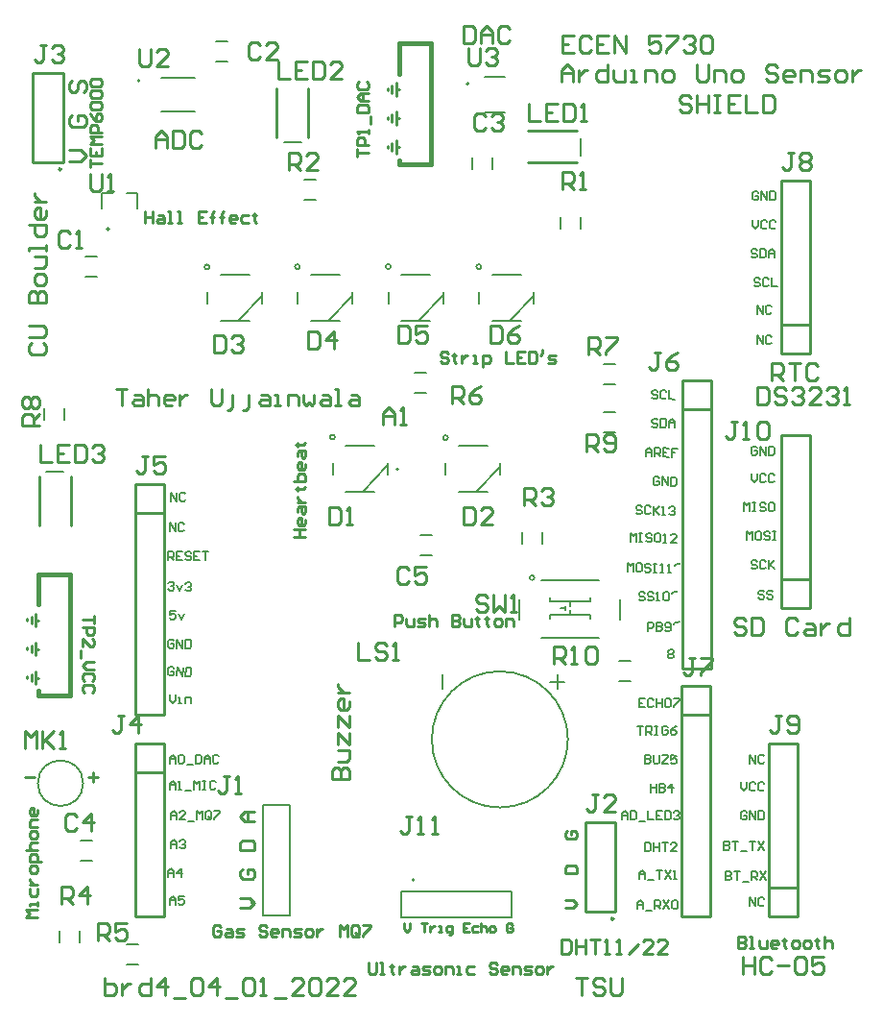
<source format=gto>
G04*
G04 #@! TF.GenerationSoftware,Altium Limited,Altium Designer,22.3.1 (43)*
G04*
G04 Layer_Color=65535*
%FSLAX25Y25*%
%MOIN*%
G70*
G04*
G04 #@! TF.SameCoordinates,7998B177-6A3A-43FF-968B-635B49023C71*
G04*
G04*
G04 #@! TF.FilePolarity,Positive*
G04*
G01*
G75*
%ADD10C,0.00600*%
%ADD11C,0.00787*%
%ADD12C,0.00500*%
%ADD13C,0.01000*%
%ADD14C,0.01500*%
D10*
X153654Y200950D02*
G03*
X153654Y200950I-854J0D01*
G01*
X114354Y201200D02*
G03*
X114354Y201200I-854J0D01*
G01*
X165254Y260350D02*
G03*
X165254Y260350I-854J0D01*
G01*
X133754D02*
G03*
X133754Y260350I-854J0D01*
G01*
X102254D02*
G03*
X102254Y260350I-854J0D01*
G01*
X70854Y260250D02*
G03*
X70854Y260250I-854J0D01*
G01*
X183706Y152400D02*
G03*
X183706Y152400I-806J0D01*
G01*
X157400Y198100D02*
X167400D01*
X171900Y188100D02*
Y192100D01*
X157400Y182100D02*
X167400D01*
X152900Y188100D02*
Y192100D01*
X163400Y182100D02*
X171800Y190850D01*
X118100Y198350D02*
X128100D01*
X132600Y188350D02*
Y192350D01*
X118100Y182350D02*
X128100D01*
X113600Y188350D02*
Y192350D01*
X124100Y182350D02*
X132500Y191100D01*
X169000Y257500D02*
X179000D01*
X183500Y247500D02*
Y251500D01*
X169000Y241500D02*
X179000D01*
X164500Y247500D02*
Y251500D01*
X175000Y241500D02*
X183400Y250250D01*
X142100Y216500D02*
X146100D01*
X142100Y223500D02*
X146100D01*
X137500Y257500D02*
X147500D01*
X152000Y247500D02*
Y251500D01*
X137500Y241500D02*
X147500D01*
X133000Y247500D02*
Y251500D01*
X143500Y241500D02*
X151900Y250250D01*
X106000Y257500D02*
X116000D01*
X120500Y247500D02*
Y251500D01*
X106000Y241500D02*
X116000D01*
X101500Y247500D02*
Y251500D01*
X112000Y241500D02*
X120400Y250250D01*
X74600Y257400D02*
X84600D01*
X89100Y247400D02*
Y251400D01*
X74600Y241400D02*
X84600D01*
X70100Y247400D02*
Y251400D01*
X80600Y241400D02*
X89000Y250150D01*
X27900Y263800D02*
X31900D01*
X27900Y256800D02*
X31900D01*
X144000Y167200D02*
X148000D01*
X144000Y160200D02*
X148000D01*
X73000Y331500D02*
X77000D01*
X73000Y338500D02*
X77000D01*
X207700Y202800D02*
X211700D01*
X207700Y209800D02*
X211700D01*
X213500Y137900D02*
Y144900D01*
X178500Y137900D02*
Y144900D01*
X189000Y138100D02*
Y139400D01*
X203000Y138100D02*
Y139400D01*
Y144100D02*
Y145500D01*
X189000Y144100D02*
Y145500D01*
X194300Y141100D02*
Y142700D01*
X192700Y141900D02*
X194300D01*
X186000Y131400D02*
X206000D01*
X186000Y151400D02*
X206000D01*
X189000Y139400D02*
X203000D01*
X189000Y144100D02*
X203000D01*
X196002Y142658D02*
Y144058D01*
X195952Y139458D02*
Y141058D01*
X213200Y123700D02*
X217000D01*
X213200Y116700D02*
X217000D01*
X20400Y207300D02*
Y211300D01*
X13400Y207300D02*
Y211300D01*
X42000Y25200D02*
X46000D01*
X42000Y18200D02*
X46000D01*
X14100Y189100D02*
X20100D01*
X199700Y299000D02*
Y305000D01*
X199800Y273600D02*
Y277600D01*
X192800Y273600D02*
Y277600D01*
X169100Y294100D02*
Y298100D01*
X162100Y294100D02*
Y298100D01*
X96700Y303700D02*
X102700D01*
X103900Y290400D02*
X107900D01*
X103900Y283400D02*
X107900D01*
X26200Y54100D02*
X30200D01*
X26200Y61100D02*
X30200D01*
X186400Y164100D02*
Y168100D01*
X179400Y164100D02*
Y168100D01*
X18900Y25800D02*
Y29800D01*
X25900Y25800D02*
Y29800D01*
X207800Y226400D02*
X211800D01*
X207800Y219400D02*
X211800D01*
D11*
X35960Y273358D02*
G03*
X35960Y273358I-394J0D01*
G01*
X136457Y190000D02*
G03*
X136457Y190000I-394J0D01*
G01*
X86050Y39400D02*
G03*
X86050Y39400I-394J0D01*
G01*
X46614Y324921D02*
G03*
X46614Y324921I-394J0D01*
G01*
X160945Y323740D02*
G03*
X160945Y323740I-394J0D01*
G01*
X141894Y47543D02*
G03*
X141894Y47543I-394J0D01*
G01*
D12*
X195317Y96300D02*
G03*
X195317Y96300I-23622J0D01*
G01*
X26974Y81100D02*
G03*
X26974Y81100I-7874J0D01*
G01*
X45836Y280641D02*
Y285759D01*
X42259D02*
X45836D01*
X33564D02*
X37141D01*
X33564Y280641D02*
Y285759D01*
X89594Y35187D02*
X98806D01*
X89594D02*
Y73613D01*
X98806D01*
Y35187D02*
Y73613D01*
X191695Y113800D02*
Y118800D01*
X189195Y116300D02*
X194195D01*
X151695Y113800D02*
Y118800D01*
X54094Y325905D02*
X65905D01*
X54094Y314094D02*
X65905D01*
X166457Y326138D02*
X173543D01*
X166457Y313862D02*
X173543D01*
X137287Y34394D02*
Y43606D01*
X175713D01*
Y34394D02*
Y43606D01*
X137287Y34394D02*
X175713D01*
X260999Y157999D02*
X260500Y158499D01*
X259500D01*
X259000Y157999D01*
Y157499D01*
X259500Y157000D01*
X260500D01*
X260999Y156500D01*
Y156000D01*
X260500Y155500D01*
X259500D01*
X259000Y156000D01*
X263998Y157999D02*
X263498Y158499D01*
X262499D01*
X261999Y157999D01*
Y156000D01*
X262499Y155500D01*
X263498D01*
X263998Y156000D01*
X264998Y158499D02*
Y155500D01*
Y156500D01*
X266997Y158499D01*
X265498Y157000D01*
X266997Y155500D01*
X263499Y147499D02*
X263000Y147999D01*
X262000D01*
X261500Y147499D01*
Y146999D01*
X262000Y146500D01*
X263000D01*
X263499Y146000D01*
Y145500D01*
X263000Y145000D01*
X262000D01*
X261500Y145500D01*
X266498Y147499D02*
X265999Y147999D01*
X264999D01*
X264499Y147499D01*
Y146999D01*
X264999Y146500D01*
X265999D01*
X266498Y146000D01*
Y145500D01*
X265999Y145000D01*
X264999D01*
X264499Y145500D01*
X257500Y165500D02*
Y168499D01*
X258500Y167499D01*
X259499Y168499D01*
Y165500D01*
X261999Y168499D02*
X260999D01*
X260499Y167999D01*
Y166000D01*
X260999Y165500D01*
X261999D01*
X262498Y166000D01*
Y167999D01*
X261999Y168499D01*
X265497Y167999D02*
X264998Y168499D01*
X263998D01*
X263498Y167999D01*
Y167499D01*
X263998Y166999D01*
X264998D01*
X265497Y166500D01*
Y166000D01*
X264998Y165500D01*
X263998D01*
X263498Y166000D01*
X266497Y168499D02*
X267497D01*
X266997D01*
Y165500D01*
X266497D01*
X267497D01*
X256500Y175500D02*
Y178499D01*
X257500Y177499D01*
X258499Y178499D01*
Y175500D01*
X259499Y178499D02*
X260499D01*
X259999D01*
Y175500D01*
X259499D01*
X260499D01*
X263998Y177999D02*
X263498Y178499D01*
X262498D01*
X261998Y177999D01*
Y177499D01*
X262498Y176999D01*
X263498D01*
X263998Y176500D01*
Y176000D01*
X263498Y175500D01*
X262498D01*
X261998Y176000D01*
X266497Y178499D02*
X265497D01*
X264997Y177999D01*
Y176000D01*
X265497Y175500D01*
X266497D01*
X266997Y176000D01*
Y177999D01*
X266497Y178499D01*
X259000Y188499D02*
Y186500D01*
X260000Y185500D01*
X260999Y186500D01*
Y188499D01*
X263998Y187999D02*
X263498Y188499D01*
X262499D01*
X261999Y187999D01*
Y186000D01*
X262499Y185500D01*
X263498D01*
X263998Y186000D01*
X266997Y187999D02*
X266498Y188499D01*
X265498D01*
X264998Y187999D01*
Y186000D01*
X265498Y185500D01*
X266498D01*
X266997Y186000D01*
X260999Y197499D02*
X260500Y197999D01*
X259500D01*
X259000Y197499D01*
Y195500D01*
X259500Y195000D01*
X260500D01*
X260999Y195500D01*
Y196500D01*
X260000D01*
X261999Y195000D02*
Y197999D01*
X263998Y195000D01*
Y197999D01*
X264998D02*
Y195000D01*
X266498D01*
X266997Y195500D01*
Y197499D01*
X266498Y197999D01*
X264998D01*
X261499Y285999D02*
X260999Y286499D01*
X260000D01*
X259500Y285999D01*
Y284000D01*
X260000Y283500D01*
X260999D01*
X261499Y284000D01*
Y284999D01*
X260500D01*
X262499Y283500D02*
Y286499D01*
X264498Y283500D01*
Y286499D01*
X265498D02*
Y283500D01*
X266998D01*
X267497Y284000D01*
Y285999D01*
X266998Y286499D01*
X265498D01*
X259500Y276499D02*
Y274500D01*
X260500Y273500D01*
X261499Y274500D01*
Y276499D01*
X264498Y275999D02*
X263999Y276499D01*
X262999D01*
X262499Y275999D01*
Y274000D01*
X262999Y273500D01*
X263999D01*
X264498Y274000D01*
X267497Y275999D02*
X266998Y276499D01*
X265998D01*
X265498Y275999D01*
Y274000D01*
X265998Y273500D01*
X266998D01*
X267497Y274000D01*
X260999Y265999D02*
X260500Y266499D01*
X259500D01*
X259000Y265999D01*
Y265499D01*
X259500Y265000D01*
X260500D01*
X260999Y264500D01*
Y264000D01*
X260500Y263500D01*
X259500D01*
X259000Y264000D01*
X261999Y266499D02*
Y263500D01*
X263498D01*
X263998Y264000D01*
Y265999D01*
X263498Y266499D01*
X261999D01*
X264998Y263500D02*
Y265499D01*
X265998Y266499D01*
X266997Y265499D01*
Y263500D01*
Y265000D01*
X264998D01*
X261999Y255999D02*
X261500Y256499D01*
X260500D01*
X260000Y255999D01*
Y255499D01*
X260500Y254999D01*
X261500D01*
X261999Y254500D01*
Y254000D01*
X261500Y253500D01*
X260500D01*
X260000Y254000D01*
X264998Y255999D02*
X264498Y256499D01*
X263499D01*
X262999Y255999D01*
Y254000D01*
X263499Y253500D01*
X264498D01*
X264998Y254000D01*
X265998Y256499D02*
Y253500D01*
X267997D01*
X261000Y233500D02*
Y236499D01*
X262999Y233500D01*
Y236499D01*
X265998Y235999D02*
X265498Y236499D01*
X264499D01*
X263999Y235999D01*
Y234000D01*
X264499Y233500D01*
X265498D01*
X265998Y234000D01*
X261000Y244000D02*
Y246999D01*
X262999Y244000D01*
Y246999D01*
X265998Y246499D02*
X265498Y246999D01*
X264499D01*
X263999Y246499D01*
Y244500D01*
X264499Y244000D01*
X265498D01*
X265998Y244500D01*
X258500Y88000D02*
Y90999D01*
X260499Y88000D01*
Y90999D01*
X263498Y90499D02*
X262999Y90999D01*
X261999D01*
X261499Y90499D01*
Y88500D01*
X261999Y88000D01*
X262999D01*
X263498Y88500D01*
X255500Y81499D02*
Y79500D01*
X256500Y78500D01*
X257499Y79500D01*
Y81499D01*
X260498Y80999D02*
X259998Y81499D01*
X258999D01*
X258499Y80999D01*
Y79000D01*
X258999Y78500D01*
X259998D01*
X260498Y79000D01*
X263497Y80999D02*
X262998Y81499D01*
X261998D01*
X261498Y80999D01*
Y79000D01*
X261998Y78500D01*
X262998D01*
X263497Y79000D01*
X257499Y70999D02*
X256999Y71499D01*
X256000D01*
X255500Y70999D01*
Y69000D01*
X256000Y68500D01*
X256999D01*
X257499Y69000D01*
Y69999D01*
X256500D01*
X258499Y68500D02*
Y71499D01*
X260498Y68500D01*
Y71499D01*
X261498D02*
Y68500D01*
X262998D01*
X263497Y69000D01*
Y70999D01*
X262998Y71499D01*
X261498D01*
X249500Y60999D02*
Y58000D01*
X250999D01*
X251499Y58500D01*
Y59000D01*
X250999Y59500D01*
X249500D01*
X250999D01*
X251499Y59999D01*
Y60499D01*
X250999Y60999D01*
X249500D01*
X252499D02*
X254498D01*
X253499D01*
Y58000D01*
X255498Y57500D02*
X257497D01*
X258497Y60999D02*
X260496D01*
X259497D01*
Y58000D01*
X261496Y60999D02*
X263495Y58000D01*
Y60999D02*
X261496Y58000D01*
X258500Y38500D02*
Y41499D01*
X260499Y38500D01*
Y41499D01*
X263498Y40999D02*
X262999Y41499D01*
X261999D01*
X261499Y40999D01*
Y39000D01*
X261999Y38500D01*
X262999D01*
X263498Y39000D01*
X250000Y50499D02*
Y47500D01*
X251500D01*
X251999Y48000D01*
Y48500D01*
X251500Y49000D01*
X250000D01*
X251500D01*
X251999Y49499D01*
Y49999D01*
X251500Y50499D01*
X250000D01*
X252999D02*
X254998D01*
X253999D01*
Y47500D01*
X255998Y47000D02*
X257997D01*
X258997Y47500D02*
Y50499D01*
X260497D01*
X260996Y49999D01*
Y49000D01*
X260497Y48500D01*
X258997D01*
X259997D02*
X260996Y47500D01*
X261996Y50499D02*
X263996Y47500D01*
Y50499D02*
X261996Y47500D01*
X219500Y37500D02*
Y39499D01*
X220500Y40499D01*
X221499Y39499D01*
Y37500D01*
Y39000D01*
X219500D01*
X222499Y37000D02*
X224498D01*
X225498Y37500D02*
Y40499D01*
X226998D01*
X227497Y39999D01*
Y39000D01*
X226998Y38500D01*
X225498D01*
X226498D02*
X227497Y37500D01*
X228497Y40499D02*
X230496Y37500D01*
Y40499D02*
X228497Y37500D01*
X231496Y39999D02*
X231996Y40499D01*
X232996D01*
X233495Y39999D01*
Y38000D01*
X232996Y37500D01*
X231996D01*
X231496Y38000D01*
Y39999D01*
X220000Y48000D02*
Y49999D01*
X221000Y50999D01*
X221999Y49999D01*
Y48000D01*
Y49499D01*
X220000D01*
X222999Y47500D02*
X224998D01*
X225998Y50999D02*
X227997D01*
X226998D01*
Y48000D01*
X228997Y50999D02*
X230996Y48000D01*
Y50999D02*
X228997Y48000D01*
X231996D02*
X232996D01*
X232496D01*
Y50999D01*
X231996Y50499D01*
X222000Y60499D02*
Y57500D01*
X223499D01*
X223999Y58000D01*
Y59999D01*
X223499Y60499D01*
X222000D01*
X224999D02*
Y57500D01*
Y59000D01*
X226998D01*
Y60499D01*
Y57500D01*
X227998Y60499D02*
X229997D01*
X228998D01*
Y57500D01*
X232996D02*
X230997D01*
X232996Y59499D01*
Y59999D01*
X232497Y60499D01*
X231497D01*
X230997Y59999D01*
X214000Y68500D02*
Y70499D01*
X215000Y71499D01*
X215999Y70499D01*
Y68500D01*
Y69999D01*
X214000D01*
X216999Y71499D02*
Y68500D01*
X218498D01*
X218998Y69000D01*
Y70999D01*
X218498Y71499D01*
X216999D01*
X219998Y68000D02*
X221997D01*
X222997Y71499D02*
Y68500D01*
X224996D01*
X227995Y71499D02*
X225996D01*
Y68500D01*
X227995D01*
X225996Y69999D02*
X226996D01*
X228995Y71499D02*
Y68500D01*
X230495D01*
X230995Y69000D01*
Y70999D01*
X230495Y71499D01*
X228995D01*
X231994Y70999D02*
X232494Y71499D01*
X233494D01*
X233994Y70999D01*
Y70499D01*
X233494Y69999D01*
X232994D01*
X233494D01*
X233994Y69500D01*
Y69000D01*
X233494Y68500D01*
X232494D01*
X231994Y69000D01*
X224000Y80999D02*
Y78000D01*
Y79500D01*
X225999D01*
Y80999D01*
Y78000D01*
X226999Y80999D02*
Y78000D01*
X228499D01*
X228998Y78500D01*
Y79000D01*
X228499Y79500D01*
X226999D01*
X228499D01*
X228998Y79999D01*
Y80499D01*
X228499Y80999D01*
X226999D01*
X231498Y78000D02*
Y80999D01*
X229998Y79500D01*
X231997D01*
X222081Y90998D02*
X222000Y88000D01*
X223499Y87959D01*
X224012Y88446D01*
X224026Y88945D01*
X223539Y89459D01*
X222041Y89499D01*
X223539Y89459D01*
X224053Y89945D01*
X224066Y90444D01*
X223580Y90957D01*
X222081Y90998D01*
X225079Y90917D02*
X225011Y88419D01*
X225498Y87906D01*
X226497Y87879D01*
X227010Y88365D01*
X227078Y90863D01*
X228077Y90836D02*
X230076Y90782D01*
X230062Y90282D01*
X228009Y88338D01*
X227996Y87838D01*
X229995Y87784D01*
X233073Y90701D02*
X231075Y90755D01*
X231034Y89256D01*
X232047Y89728D01*
X232547Y89715D01*
X233033Y89202D01*
X233006Y88203D01*
X232493Y87716D01*
X231493Y87743D01*
X231007Y88257D01*
X219500Y100999D02*
X221499D01*
X220500D01*
Y98000D01*
X222499D02*
Y100999D01*
X223998D01*
X224498Y100499D01*
Y99499D01*
X223998Y99000D01*
X222499D01*
X223499D02*
X224498Y98000D01*
X225498Y100999D02*
X226498D01*
X225998D01*
Y98000D01*
X225498D01*
X226498D01*
X229997Y100499D02*
X229497Y100999D01*
X228497D01*
X227997Y100499D01*
Y98500D01*
X228497Y98000D01*
X229497D01*
X229997Y98500D01*
Y99499D01*
X228997D01*
X232996Y100999D02*
X231996Y100499D01*
X230996Y99499D01*
Y98500D01*
X231496Y98000D01*
X232496D01*
X232996Y98500D01*
Y99000D01*
X232496Y99499D01*
X230996D01*
X221999Y110499D02*
X220000D01*
Y107500D01*
X221999D01*
X220000Y109000D02*
X221000D01*
X224998Y109999D02*
X224499Y110499D01*
X223499D01*
X222999Y109999D01*
Y108000D01*
X223499Y107500D01*
X224499D01*
X224998Y108000D01*
X225998Y110499D02*
Y107500D01*
Y109000D01*
X227997D01*
Y110499D01*
Y107500D01*
X230497Y110499D02*
X229497D01*
X228997Y109999D01*
Y108000D01*
X229497Y107500D01*
X230497D01*
X230996Y108000D01*
Y109999D01*
X230497Y110499D01*
X231996D02*
X233996D01*
Y109999D01*
X231996Y108000D01*
Y107500D01*
X230096Y126997D02*
X230615Y127478D01*
X231614Y127439D01*
X232094Y126920D01*
X232075Y126421D01*
X231556Y125941D01*
X232036Y125422D01*
X232017Y124923D01*
X231498Y124442D01*
X230500Y124481D01*
X230019Y124999D01*
X230038Y125499D01*
X230557Y125979D01*
X230077Y126498D01*
X230096Y126997D01*
X230557Y125979D02*
X231556Y125941D01*
X223000Y134000D02*
X223075Y136998D01*
X224574Y136960D01*
X225061Y136448D01*
X225036Y135449D01*
X224524Y134962D01*
X223025Y134999D01*
X226073Y136923D02*
X225998Y133925D01*
X227497Y133887D01*
X228009Y134374D01*
X228022Y134874D01*
X227535Y135386D01*
X226036Y135424D01*
X227535Y135386D01*
X228047Y135873D01*
X228059Y136373D01*
X227572Y136885D01*
X226073Y136923D01*
X229009Y134350D02*
X229496Y133837D01*
X230495Y133812D01*
X231007Y134299D01*
X231058Y136298D01*
X230570Y136810D01*
X229571Y136835D01*
X229059Y136348D01*
X229046Y135848D01*
X229533Y135336D01*
X231032Y135299D01*
X232057Y136273D02*
X232569Y136760D01*
X233568Y136735D01*
X234081Y137222D01*
X221999Y146999D02*
X221499Y147499D01*
X220500D01*
X220000Y146999D01*
Y146499D01*
X220500Y146000D01*
X221499D01*
X221999Y145500D01*
Y145000D01*
X221499Y144500D01*
X220500D01*
X220000Y145000D01*
X224998Y146999D02*
X224499Y147499D01*
X223499D01*
X222999Y146999D01*
Y146499D01*
X223499Y146000D01*
X224499D01*
X224998Y145500D01*
Y145000D01*
X224499Y144500D01*
X223499D01*
X222999Y145000D01*
X225998Y144500D02*
X226998D01*
X226498D01*
Y147499D01*
X225998Y146999D01*
X228497D02*
X228997Y147499D01*
X229997D01*
X230497Y146999D01*
Y145000D01*
X229997Y144500D01*
X228997D01*
X228497Y145000D01*
Y146999D01*
X231496D02*
X231996Y147499D01*
X232996D01*
X233496Y147999D01*
X216000Y154500D02*
X216067Y157498D01*
X217044Y156477D01*
X218066Y157454D01*
X217999Y154456D01*
X220564Y157398D02*
X219565Y157421D01*
X219054Y156932D01*
X219009Y154933D01*
X219498Y154422D01*
X220497Y154400D01*
X221008Y154889D01*
X221053Y156887D01*
X220564Y157398D01*
X224051Y156821D02*
X223562Y157332D01*
X222563Y157354D01*
X222052Y156865D01*
X222041Y156366D01*
X222530Y155855D01*
X223529Y155833D01*
X224018Y155322D01*
X224007Y154822D01*
X223496Y154333D01*
X222496Y154356D01*
X222008Y154867D01*
X225061Y157298D02*
X226061Y157276D01*
X225561Y157287D01*
X225495Y154289D01*
X224995Y154300D01*
X225994Y154278D01*
X227493Y154245D02*
X228493Y154222D01*
X227993Y154234D01*
X228060Y157232D01*
X227549Y156743D01*
X229992Y154189D02*
X230991Y154167D01*
X230492Y154178D01*
X230558Y157176D01*
X230047Y156688D01*
X232546Y156632D02*
X233057Y157121D01*
X234056Y157098D01*
X234567Y157587D01*
X217000Y165000D02*
X217079Y167998D01*
X218052Y166972D01*
X219078Y167945D01*
X218999Y164947D01*
X220077Y167919D02*
X221076Y167893D01*
X220577Y167906D01*
X220498Y164908D01*
X219998Y164921D01*
X220997Y164895D01*
X224561Y167301D02*
X224074Y167814D01*
X223075Y167840D01*
X222562Y167354D01*
X222549Y166854D01*
X223035Y166341D01*
X224035Y166315D01*
X224521Y165802D01*
X224508Y165302D01*
X223995Y164816D01*
X222996Y164842D01*
X222510Y165355D01*
X227072Y167735D02*
X226073Y167761D01*
X225560Y167275D01*
X225507Y165276D01*
X225994Y164763D01*
X226993Y164737D01*
X227506Y165224D01*
X227559Y167222D01*
X227072Y167735D01*
X228492Y164698D02*
X229492Y164671D01*
X228992Y164684D01*
X229071Y167682D01*
X228558Y167196D01*
X232989Y164579D02*
X230991Y164632D01*
X233042Y166578D01*
X233055Y167078D01*
X232569Y167590D01*
X231569Y167617D01*
X231056Y167130D01*
X221066Y176944D02*
X220580Y177457D01*
X219581Y177484D01*
X219068Y176998D01*
X219054Y176499D01*
X219540Y175986D01*
X220539Y175959D01*
X221026Y175445D01*
X221012Y174946D01*
X220499Y174460D01*
X219500Y174486D01*
X219014Y175000D01*
X224064Y176863D02*
X223578Y177376D01*
X222579Y177403D01*
X222065Y176917D01*
X222011Y174919D01*
X222498Y174406D01*
X223497Y174379D01*
X224010Y174865D01*
X225077Y177336D02*
X224996Y174338D01*
X225023Y175337D01*
X227076Y177282D01*
X225536Y175823D01*
X226994Y174284D01*
X227994Y174257D02*
X228993Y174230D01*
X228493Y174243D01*
X228574Y177241D01*
X228061Y176755D01*
X230560Y176688D02*
X231073Y177174D01*
X232072Y177147D01*
X232558Y176634D01*
X232545Y176134D01*
X232032Y175648D01*
X231532Y175661D01*
X232032Y175648D01*
X232518Y175135D01*
X232504Y174635D01*
X231991Y174149D01*
X230992Y174176D01*
X230506Y174689D01*
X227061Y186948D02*
X226574Y187460D01*
X225575Y187486D01*
X225063Y186998D01*
X225012Y185000D01*
X225500Y184487D01*
X226499Y184462D01*
X227011Y184950D01*
X227036Y185949D01*
X226037Y185974D01*
X227998Y184425D02*
X228073Y187423D01*
X229997Y184375D01*
X230072Y187373D01*
X231071Y187348D02*
X230996Y184350D01*
X232495Y184312D01*
X233007Y184799D01*
X233057Y186798D01*
X232570Y187310D01*
X231071Y187348D01*
X222500Y194500D02*
X222539Y196499D01*
X223558Y197479D01*
X224538Y196460D01*
X224499Y194461D01*
X224529Y195960D01*
X222530Y195999D01*
X225499Y194441D02*
X225557Y197439D01*
X227057Y197410D01*
X227547Y196900D01*
X227527Y195901D01*
X227017Y195411D01*
X225518Y195440D01*
X226518Y195421D02*
X227497Y194402D01*
X230555Y197341D02*
X228556Y197380D01*
X228497Y194382D01*
X230496Y194343D01*
X228526Y195881D02*
X229526Y195861D01*
X233553Y197282D02*
X231554Y197321D01*
X231525Y195822D01*
X232524Y195802D01*
X231525Y195822D01*
X231495Y194323D01*
X226452Y207036D02*
X225943Y207526D01*
X224944Y207508D01*
X224453Y206999D01*
X224463Y206499D01*
X224972Y206009D01*
X225971Y206027D01*
X226480Y205537D01*
X226490Y205037D01*
X225999Y204528D01*
X225000Y204509D01*
X224491Y205000D01*
X227442Y207555D02*
X227499Y204556D01*
X228998Y204584D01*
X229488Y205093D01*
X229451Y207092D01*
X228942Y207583D01*
X227442Y207555D01*
X230497Y204612D02*
X230460Y206611D01*
X231440Y207629D01*
X232459Y206648D01*
X232496Y204649D01*
X232468Y206149D01*
X230469Y206111D01*
X226550Y216958D02*
X226060Y217468D01*
X225061Y217488D01*
X224551Y216999D01*
X224541Y216499D01*
X225030Y215989D01*
X226030Y215969D01*
X226519Y215459D01*
X226509Y214959D01*
X225999Y214469D01*
X225000Y214490D01*
X224510Y215000D01*
X229548Y216897D02*
X229059Y217407D01*
X228059Y217427D01*
X227549Y216937D01*
X227509Y214938D01*
X227998Y214429D01*
X228998Y214408D01*
X229507Y214898D01*
X230558Y217376D02*
X230497Y214378D01*
X232496Y214337D01*
X57000Y39000D02*
Y40999D01*
X58000Y41999D01*
X58999Y40999D01*
Y39000D01*
Y40499D01*
X57000D01*
X61998Y41999D02*
X59999D01*
Y40499D01*
X60999Y40999D01*
X61499D01*
X61998Y40499D01*
Y39500D01*
X61499Y39000D01*
X60499D01*
X59999Y39500D01*
X56500Y48500D02*
Y50499D01*
X57500Y51499D01*
X58499Y50499D01*
Y48500D01*
Y49999D01*
X56500D01*
X60999Y48500D02*
Y51499D01*
X59499Y49999D01*
X61498D01*
X57500Y58500D02*
Y60499D01*
X58500Y61499D01*
X59499Y60499D01*
Y58500D01*
Y60000D01*
X57500D01*
X60499Y60999D02*
X60999Y61499D01*
X61999D01*
X62498Y60999D01*
Y60499D01*
X61999Y60000D01*
X61499D01*
X61999D01*
X62498Y59500D01*
Y59000D01*
X61999Y58500D01*
X60999D01*
X60499Y59000D01*
X57500Y68500D02*
Y70499D01*
X58500Y71499D01*
X59499Y70499D01*
Y68500D01*
Y69999D01*
X57500D01*
X62498Y68500D02*
X60499D01*
X62498Y70499D01*
Y70999D01*
X61999Y71499D01*
X60999D01*
X60499Y70999D01*
X63498Y68000D02*
X65497D01*
X66497Y68500D02*
Y71499D01*
X67497Y70499D01*
X68496Y71499D01*
Y68500D01*
X71495Y69000D02*
Y70999D01*
X70996Y71499D01*
X69996D01*
X69496Y70999D01*
Y69000D01*
X69996Y68500D01*
X70996D01*
X70496Y69500D02*
X71495Y68500D01*
X70996D02*
X71495Y69000D01*
X72495Y71499D02*
X74494D01*
Y70999D01*
X72495Y69000D01*
Y68500D01*
X57000Y88000D02*
Y89999D01*
X58000Y90999D01*
X58999Y89999D01*
Y88000D01*
Y89499D01*
X57000D01*
X59999Y90499D02*
X60499Y90999D01*
X61499D01*
X61998Y90499D01*
Y88500D01*
X61499Y88000D01*
X60499D01*
X59999Y88500D01*
Y90499D01*
X62998Y87500D02*
X64997D01*
X65997Y90999D02*
Y88000D01*
X67497D01*
X67996Y88500D01*
Y90499D01*
X67497Y90999D01*
X65997D01*
X68996Y88000D02*
Y89999D01*
X69996Y90999D01*
X70995Y89999D01*
Y88000D01*
Y89499D01*
X68996D01*
X73994Y90499D02*
X73495Y90999D01*
X72495D01*
X71995Y90499D01*
Y88500D01*
X72495Y88000D01*
X73495D01*
X73994Y88500D01*
X57000Y79000D02*
Y80999D01*
X58000Y81999D01*
X58999Y80999D01*
Y79000D01*
Y80500D01*
X57000D01*
X59999Y79000D02*
X60999D01*
X60499D01*
Y81999D01*
X59999Y81499D01*
X62498Y78500D02*
X64498D01*
X65497Y79000D02*
Y81999D01*
X66497Y80999D01*
X67497Y81999D01*
Y79000D01*
X68496Y81999D02*
X69496D01*
X68996D01*
Y79000D01*
X68496D01*
X69496D01*
X72995Y81499D02*
X72495Y81999D01*
X71495D01*
X70995Y81499D01*
Y79500D01*
X71495Y79000D01*
X72495D01*
X72995Y79500D01*
X57000Y111999D02*
Y110000D01*
X58000Y109000D01*
X58999Y110000D01*
Y111999D01*
X59999Y109000D02*
X60999D01*
X60499D01*
Y110999D01*
X59999D01*
X62498Y109000D02*
Y110999D01*
X63998D01*
X64498Y110500D01*
Y109000D01*
X58586Y120928D02*
X58103Y121445D01*
X57104Y121480D01*
X56587Y120998D01*
X56517Y119000D01*
X56999Y118482D01*
X57999Y118448D01*
X58516Y118930D01*
X58551Y119929D01*
X57551Y119964D01*
X59497Y118395D02*
X59602Y121392D01*
X61495Y118325D01*
X61600Y121323D01*
X62599Y121288D02*
X62494Y118290D01*
X63993Y118238D01*
X64510Y118720D01*
X64580Y120718D01*
X64098Y121235D01*
X62599Y121288D01*
X58499Y130499D02*
X57999Y130999D01*
X57000D01*
X56500Y130499D01*
Y128500D01*
X57000Y128000D01*
X57999D01*
X58499Y128500D01*
Y129499D01*
X57500D01*
X59499Y128000D02*
Y130999D01*
X61498Y128000D01*
Y130999D01*
X62498D02*
Y128000D01*
X63998D01*
X64497Y128500D01*
Y130499D01*
X63998Y130999D01*
X62498D01*
X58999Y140999D02*
X57000D01*
Y139499D01*
X58000Y139999D01*
X58499D01*
X58999Y139499D01*
Y138500D01*
X58499Y138000D01*
X57500D01*
X57000Y138500D01*
X59999Y139999D02*
X60999Y138000D01*
X61998Y139999D01*
X56594Y150497D02*
X57112Y150978D01*
X58111Y150941D01*
X58592Y150422D01*
X58573Y149923D01*
X58055Y149442D01*
X57555Y149461D01*
X58055Y149442D01*
X58535Y148924D01*
X58517Y148424D01*
X57999Y147944D01*
X56999Y147981D01*
X56519Y148500D01*
X59572Y149885D02*
X60496Y147850D01*
X61570Y149810D01*
X62588Y150272D02*
X63106Y150753D01*
X64105Y150715D01*
X64586Y150197D01*
X64567Y149697D01*
X64049Y149217D01*
X63549Y149235D01*
X64049Y149217D01*
X64529Y148698D01*
X64511Y148199D01*
X63992Y147718D01*
X62993Y147756D01*
X62513Y148274D01*
X56500Y158500D02*
Y161499D01*
X57999D01*
X58499Y160999D01*
Y160000D01*
X57999Y159500D01*
X56500D01*
X57500D02*
X58499Y158500D01*
X61498Y161499D02*
X59499D01*
Y158500D01*
X61498D01*
X59499Y160000D02*
X60499D01*
X64497Y160999D02*
X63998Y161499D01*
X62998D01*
X62498Y160999D01*
Y160499D01*
X62998Y160000D01*
X63998D01*
X64497Y159500D01*
Y159000D01*
X63998Y158500D01*
X62998D01*
X62498Y159000D01*
X67496Y161499D02*
X65497D01*
Y158500D01*
X67496D01*
X65497Y160000D02*
X66497D01*
X68496Y161499D02*
X70495D01*
X69496D01*
Y158500D01*
X57000Y168500D02*
Y171499D01*
X58999Y168500D01*
Y171499D01*
X61998Y170999D02*
X61499Y171499D01*
X60499D01*
X59999Y170999D01*
Y169000D01*
X60499Y168500D01*
X61499D01*
X61998Y169000D01*
X57500Y179000D02*
Y181999D01*
X59499Y179000D01*
Y181999D01*
X62498Y181499D02*
X61999Y181999D01*
X60999D01*
X60499Y181499D01*
Y179500D01*
X60999Y179000D01*
X61999D01*
X62498Y179500D01*
D13*
X211189Y34100D02*
G03*
X211189Y34100I-394J0D01*
G01*
X19389Y294200D02*
G03*
X19389Y294200I-394J0D01*
G01*
X269400Y141800D02*
X274400D01*
X269400D02*
Y151800D01*
X279400D02*
Y201800D01*
X269400D02*
X279400D01*
X269400Y151800D02*
Y201800D01*
Y151800D02*
X279400D01*
Y141800D02*
Y151800D01*
X274400Y141800D02*
X279400D01*
X135700Y319550D02*
Y324050D01*
Y321800D02*
X136727D01*
X134200Y320550D02*
Y323050D01*
X132700Y321550D02*
Y322277D01*
X135700Y309550D02*
Y314050D01*
Y311800D02*
X136727D01*
X134200Y310550D02*
Y313050D01*
X132700Y311550D02*
Y312277D01*
X135700Y299550D02*
Y304050D01*
Y301800D02*
X136727D01*
X134200Y300550D02*
Y303050D01*
X132700Y301550D02*
Y302277D01*
X10500Y135450D02*
Y139950D01*
Y137700D02*
X11527D01*
X9000Y136450D02*
Y138950D01*
X7500Y137450D02*
Y138177D01*
X10500Y125450D02*
Y129950D01*
Y127700D02*
X11527D01*
X9000Y126450D02*
Y128950D01*
X7500Y127450D02*
Y128177D01*
X10500Y115450D02*
Y119950D01*
Y117700D02*
X11527D01*
X9000Y116450D02*
Y118950D01*
X7500Y117450D02*
Y118177D01*
X274400Y230300D02*
X279400D01*
Y240300D01*
X269400D02*
X279400D01*
X269400D02*
Y290300D01*
X279400D01*
Y240300D02*
Y290300D01*
X269400Y230300D02*
Y240300D01*
Y230300D02*
X274400D01*
X270000Y35000D02*
X275000D01*
Y45000D01*
X265000D02*
X275000D01*
X265000D02*
Y95000D01*
X275000D01*
Y45000D02*
Y95000D01*
X265000Y35000D02*
Y45000D01*
Y35000D02*
X270000D01*
X234912Y34868D02*
X244912D01*
X234912D02*
Y114868D01*
X244912D01*
Y34868D02*
Y114868D01*
X234912Y104868D02*
X244912D01*
X245000Y121000D02*
Y211000D01*
X235000Y131000D02*
Y221000D01*
X245000D01*
Y131000D02*
Y221000D01*
X235000Y211000D02*
X245000D01*
X235000Y121000D02*
Y211000D01*
Y121000D02*
X245000D01*
X45000Y95000D02*
X50000D01*
X45000Y85000D02*
Y95000D01*
Y85000D02*
X55000D01*
Y35000D02*
Y85000D01*
X45000Y35000D02*
X55000D01*
X45000D02*
Y85000D01*
X55000D02*
Y95000D01*
X50000D02*
X55000D01*
X45000Y105000D02*
X55000D01*
X45000D02*
Y185000D01*
X55000D01*
Y105000D02*
Y185000D01*
X45000Y175000D02*
X55000D01*
X22600Y170700D02*
Y187700D01*
X11600Y170700D02*
Y187700D01*
X181300Y296500D02*
X198300D01*
X181300Y307500D02*
X198300D01*
X94200Y305100D02*
Y322100D01*
X105200Y305100D02*
Y322100D01*
X211800Y36600D02*
Y67600D01*
X201300Y36600D02*
X211800D01*
X201300Y67600D02*
X211800D01*
X201300Y36600D02*
Y67600D01*
X20000Y296700D02*
Y327700D01*
X9500Y296700D02*
X20000D01*
X9500Y327700D02*
X20000D01*
X9500Y296700D02*
Y327700D01*
X81502Y38000D02*
X84834D01*
X86500Y39666D01*
X84834Y41332D01*
X81502D01*
X82335Y51329D02*
X81502Y50496D01*
Y48830D01*
X82335Y47997D01*
X85667D01*
X86500Y48830D01*
Y50496D01*
X85667Y51329D01*
X84001D01*
Y49663D01*
X81502Y57994D02*
X86500D01*
Y60493D01*
X85667Y61326D01*
X82335D01*
X81502Y60493D01*
Y57994D01*
X86500Y67990D02*
X83168D01*
X81502Y69656D01*
X83168Y71323D01*
X86500D01*
X84001D01*
Y67990D01*
X198000Y13498D02*
X201999D01*
X199999D01*
Y7500D01*
X207997Y12498D02*
X206997Y13498D01*
X204998D01*
X203998Y12498D01*
Y11499D01*
X204998Y10499D01*
X206997D01*
X207997Y9499D01*
Y8500D01*
X206997Y7500D01*
X204998D01*
X203998Y8500D01*
X209996Y13498D02*
Y8500D01*
X210996Y7500D01*
X212995D01*
X213995Y8500D01*
Y13498D01*
X48500Y279499D02*
Y275500D01*
Y277499D01*
X51166D01*
Y279499D01*
Y275500D01*
X53165Y278166D02*
X54498D01*
X55164Y277499D01*
Y275500D01*
X53165D01*
X52499Y276166D01*
X53165Y276833D01*
X55164D01*
X56497Y275500D02*
X57830D01*
X57164D01*
Y279499D01*
X56497D01*
X59830Y275500D02*
X61163D01*
X60496D01*
Y279499D01*
X59830D01*
X69826D02*
X67161D01*
Y275500D01*
X69826D01*
X67161Y277499D02*
X68494D01*
X71826Y275500D02*
Y278832D01*
Y277499D01*
X71159D01*
X72492D01*
X71826D01*
Y278832D01*
X72492Y279499D01*
X75158Y275500D02*
Y278832D01*
Y277499D01*
X74492D01*
X75824D01*
X75158D01*
Y278832D01*
X75824Y279499D01*
X79823Y275500D02*
X78490D01*
X77824Y276166D01*
Y277499D01*
X78490Y278166D01*
X79823D01*
X80490Y277499D01*
Y276833D01*
X77824D01*
X84488Y278166D02*
X82489D01*
X81823Y277499D01*
Y276166D01*
X82489Y275500D01*
X84488D01*
X86488Y278832D02*
Y278166D01*
X85821D01*
X87154D01*
X86488D01*
Y276166D01*
X87154Y275500D01*
X159002Y176999D02*
Y171001D01*
X162001D01*
X163000Y172001D01*
Y175999D01*
X162001Y176999D01*
X159002D01*
X168998Y171001D02*
X165000D01*
X168998Y175000D01*
Y175999D01*
X167999Y176999D01*
X165999D01*
X165000Y175999D01*
X112501Y176999D02*
Y171001D01*
X115500D01*
X116500Y172001D01*
Y175999D01*
X115500Y176999D01*
X112501D01*
X118499Y171001D02*
X120499D01*
X119499D01*
Y176999D01*
X118499Y175999D01*
X38500Y217831D02*
X42165D01*
X40333D01*
Y212333D01*
X44915Y215998D02*
X46747D01*
X47664Y215082D01*
Y212333D01*
X44915D01*
X43998Y213249D01*
X44915Y214165D01*
X47664D01*
X49496Y217831D02*
Y212333D01*
Y215082D01*
X50413Y215998D01*
X52246D01*
X53162Y215082D01*
Y212333D01*
X57744D02*
X55911D01*
X54995Y213249D01*
Y215082D01*
X55911Y215998D01*
X57744D01*
X58660Y215082D01*
Y214165D01*
X54995D01*
X60493Y215998D02*
Y212333D01*
Y214165D01*
X61409Y215082D01*
X62326Y215998D01*
X63242D01*
X71489Y217831D02*
Y213249D01*
X72406Y212333D01*
X74238D01*
X75155Y213249D01*
Y217831D01*
X76987Y210500D02*
X77904D01*
X78820Y211416D01*
Y215998D01*
X82486Y210500D02*
X83402D01*
X84319Y211416D01*
Y215998D01*
X88900D02*
X90733D01*
X91650Y215082D01*
Y212333D01*
X88900D01*
X87984Y213249D01*
X88900Y214165D01*
X91650D01*
X93482Y212333D02*
X95315D01*
X94399D01*
Y215998D01*
X93482D01*
X98064Y212333D02*
Y215998D01*
X100813D01*
X101730Y215082D01*
Y212333D01*
X103562Y215998D02*
Y213249D01*
X104479Y212333D01*
X105395Y213249D01*
X106311Y212333D01*
X107228Y213249D01*
Y215998D01*
X109977D02*
X111810D01*
X112726Y215082D01*
Y212333D01*
X109977D01*
X109061Y213249D01*
X109977Y214165D01*
X112726D01*
X114559Y212333D02*
X116392D01*
X115475D01*
Y217831D01*
X114559D01*
X120057Y215998D02*
X121890D01*
X122806Y215082D01*
Y212333D01*
X120057D01*
X119141Y213249D01*
X120057Y214165D01*
X122806D01*
X34500Y13498D02*
Y7500D01*
X37499D01*
X38499Y8499D01*
Y9499D01*
Y10499D01*
X37499Y11498D01*
X34500D01*
X40498D02*
Y7500D01*
Y9499D01*
X41498Y10499D01*
X42497Y11498D01*
X43497D01*
X50495Y13498D02*
Y7500D01*
X47496D01*
X46496Y8499D01*
Y10499D01*
X47496Y11498D01*
X50495D01*
X55493Y7500D02*
Y13498D01*
X52494Y10499D01*
X56493D01*
X58492Y6500D02*
X62491D01*
X64490Y12498D02*
X65490Y13498D01*
X67489D01*
X68489Y12498D01*
Y8499D01*
X67489Y7500D01*
X65490D01*
X64490Y8499D01*
Y12498D01*
X73487Y7500D02*
Y13498D01*
X70488Y10499D01*
X74487D01*
X76486Y6500D02*
X80485D01*
X82485Y12498D02*
X83484Y13498D01*
X85483D01*
X86483Y12498D01*
Y8499D01*
X85483Y7500D01*
X83484D01*
X82485Y8499D01*
Y12498D01*
X88482Y7500D02*
X90482D01*
X89482D01*
Y13498D01*
X88482Y12498D01*
X93481Y6500D02*
X97480D01*
X103478Y7500D02*
X99479D01*
X103478Y11498D01*
Y12498D01*
X102478Y13498D01*
X100479D01*
X99479Y12498D01*
X105477D02*
X106477Y13498D01*
X108476D01*
X109476Y12498D01*
Y8499D01*
X108476Y7500D01*
X106477D01*
X105477Y8499D01*
Y12498D01*
X115474Y7500D02*
X111475D01*
X115474Y11498D01*
Y12498D01*
X114474Y13498D01*
X112475D01*
X111475Y12498D01*
X121472Y7500D02*
X117473D01*
X121472Y11498D01*
Y12498D01*
X120472Y13498D01*
X118473D01*
X117473Y12498D01*
X254001Y206499D02*
X252002D01*
X253001D01*
Y201501D01*
X252002Y200501D01*
X251002D01*
X250002Y201501D01*
X256000Y200501D02*
X258000D01*
X257000D01*
Y206499D01*
X256000Y205499D01*
X260999D02*
X261999Y206499D01*
X263998D01*
X264998Y205499D01*
Y201501D01*
X263998Y200501D01*
X261999D01*
X260999Y201501D01*
Y205499D01*
X261000Y218498D02*
Y212500D01*
X263999D01*
X264999Y213500D01*
Y217498D01*
X263999Y218498D01*
X261000D01*
X270997Y217498D02*
X269997Y218498D01*
X267998D01*
X266998Y217498D01*
Y216499D01*
X267998Y215499D01*
X269997D01*
X270997Y214499D01*
Y213500D01*
X269997Y212500D01*
X267998D01*
X266998Y213500D01*
X272996Y217498D02*
X273996Y218498D01*
X275995D01*
X276995Y217498D01*
Y216499D01*
X275995Y215499D01*
X274995D01*
X275995D01*
X276995Y214499D01*
Y213500D01*
X275995Y212500D01*
X273996D01*
X272996Y213500D01*
X282993Y212500D02*
X278994D01*
X282993Y216499D01*
Y217498D01*
X281993Y218498D01*
X279994D01*
X278994Y217498D01*
X284992D02*
X285992Y218498D01*
X287991D01*
X288991Y217498D01*
Y216499D01*
X287991Y215499D01*
X286992D01*
X287991D01*
X288991Y214499D01*
Y213500D01*
X287991Y212500D01*
X285992D01*
X284992Y213500D01*
X290990Y212500D02*
X292990D01*
X291990D01*
Y218498D01*
X290990Y217498D01*
X29501Y292499D02*
Y287501D01*
X30501Y286501D01*
X32500D01*
X33500Y287501D01*
Y292499D01*
X35499Y286501D02*
X37499D01*
X36499D01*
Y292499D01*
X35499Y291499D01*
X22002Y297000D02*
X26001D01*
X28000Y298999D01*
X26001Y300999D01*
X22002D01*
X23002Y312995D02*
X22002Y311995D01*
Y309996D01*
X23002Y308996D01*
X27000D01*
X28000Y309996D01*
Y311995D01*
X27000Y312995D01*
X25001D01*
Y310996D01*
X23002Y324991D02*
X22002Y323991D01*
Y321992D01*
X23002Y320992D01*
X24001D01*
X25001Y321992D01*
Y323991D01*
X26001Y324991D01*
X27000D01*
X28000Y323991D01*
Y321992D01*
X27000Y320992D01*
X237999Y318998D02*
X236999Y319998D01*
X235000D01*
X234000Y318998D01*
Y317999D01*
X235000Y316999D01*
X236999D01*
X237999Y315999D01*
Y315000D01*
X236999Y314000D01*
X235000D01*
X234000Y315000D01*
X239998Y319998D02*
Y314000D01*
Y316999D01*
X243997D01*
Y319998D01*
Y314000D01*
X245996Y319998D02*
X247995D01*
X246996D01*
Y314000D01*
X245996D01*
X247995D01*
X254993Y319998D02*
X250994D01*
Y314000D01*
X254993D01*
X250994Y316999D02*
X252994D01*
X256993Y319998D02*
Y314000D01*
X260991D01*
X262991Y319998D02*
Y314000D01*
X265990D01*
X266989Y315000D01*
Y318998D01*
X265990Y319998D01*
X262991D01*
X122167Y298504D02*
Y301170D01*
Y299837D01*
X126166D01*
Y302503D02*
X122167D01*
Y304502D01*
X122834Y305169D01*
X124167D01*
X124833Y304502D01*
Y302503D01*
X126166Y306502D02*
Y307835D01*
Y307168D01*
X122167D01*
X122834Y306502D01*
X126833Y309834D02*
Y312500D01*
X122167Y313833D02*
X126166D01*
Y315832D01*
X125500Y316498D01*
X122834D01*
X122167Y315832D01*
Y313833D01*
X126166Y317831D02*
X123500D01*
X122167Y319164D01*
X123500Y320497D01*
X126166D01*
X124167D01*
Y317831D01*
X122834Y324496D02*
X122167Y323829D01*
Y322497D01*
X122834Y321830D01*
X125500D01*
X126166Y322497D01*
Y323829D01*
X125500Y324496D01*
X256000Y20998D02*
Y15000D01*
Y17999D01*
X259999D01*
Y20998D01*
Y15000D01*
X265997Y19998D02*
X264997Y20998D01*
X262998D01*
X261998Y19998D01*
Y16000D01*
X262998Y15000D01*
X264997D01*
X265997Y16000D01*
X267996Y17999D02*
X271995D01*
X273994Y19998D02*
X274994Y20998D01*
X276993D01*
X277993Y19998D01*
Y16000D01*
X276993Y15000D01*
X274994D01*
X273994Y16000D01*
Y19998D01*
X283991Y20998D02*
X279992D01*
Y17999D01*
X281992Y18999D01*
X282991D01*
X283991Y17999D01*
Y16000D01*
X282991Y15000D01*
X280992D01*
X279992Y16000D01*
X113502Y82500D02*
X119500D01*
Y85499D01*
X118500Y86499D01*
X117501D01*
X116501Y85499D01*
Y82500D01*
Y85499D01*
X115501Y86499D01*
X114502D01*
X113502Y85499D01*
Y82500D01*
X115501Y88498D02*
X118500D01*
X119500Y89498D01*
Y92497D01*
X115501D01*
Y94496D02*
Y98495D01*
X119500Y94496D01*
Y98495D01*
X115501Y100494D02*
Y104493D01*
X119500Y100494D01*
Y104493D01*
Y109491D02*
Y107492D01*
X118500Y106492D01*
X116501D01*
X115501Y107492D01*
Y109491D01*
X116501Y110491D01*
X117501D01*
Y106492D01*
X115501Y112490D02*
X119500D01*
X117501D01*
X116501Y113490D01*
X115501Y114490D01*
Y115489D01*
X138500Y32499D02*
Y30499D01*
X139500Y29500D01*
X140499Y30499D01*
Y32499D01*
X144498D02*
X146497D01*
X145498D01*
Y29500D01*
X147497Y31499D02*
Y29500D01*
Y30499D01*
X147997Y30999D01*
X148497Y31499D01*
X148997D01*
X150496Y29500D02*
X151496D01*
X150996D01*
Y31499D01*
X150496D01*
X153995Y28500D02*
X154495D01*
X154995Y29000D01*
Y31499D01*
X153495D01*
X152995Y30999D01*
Y30000D01*
X153495Y29500D01*
X154995D01*
X160993Y32499D02*
X158993D01*
Y29500D01*
X160993D01*
X158993Y30999D02*
X159993D01*
X163992Y31499D02*
X162492D01*
X161992Y30999D01*
Y30000D01*
X162492Y29500D01*
X163992D01*
X164991Y32499D02*
Y29500D01*
Y30999D01*
X165491Y31499D01*
X166491D01*
X166991Y30999D01*
Y29500D01*
X168490D02*
X169490D01*
X169990Y30000D01*
Y30999D01*
X169490Y31499D01*
X168490D01*
X167991Y30999D01*
Y30000D01*
X168490Y29500D01*
X175988Y31999D02*
X175488Y32499D01*
X174488D01*
X173988Y31999D01*
Y30000D01*
X174488Y29500D01*
X175488D01*
X175988Y30000D01*
Y30999D01*
X174988D01*
X194501Y38000D02*
X197167D01*
X198500Y39333D01*
X197167Y40666D01*
X194501D01*
Y49996D02*
X198500D01*
Y51995D01*
X197834Y52662D01*
X195168D01*
X194501Y51995D01*
Y49996D01*
X195168Y64658D02*
X194501Y63992D01*
Y62659D01*
X195168Y61992D01*
X197834D01*
X198500Y62659D01*
Y63992D01*
X197834Y64658D01*
X196501D01*
Y63325D01*
X9002Y233999D02*
X8002Y232999D01*
Y231000D01*
X9002Y230000D01*
X13000D01*
X14000Y231000D01*
Y232999D01*
X13000Y233999D01*
X8002Y235998D02*
X13000D01*
X14000Y236998D01*
Y238997D01*
X13000Y239997D01*
X8002D01*
Y247994D02*
X14000D01*
Y250993D01*
X13000Y251993D01*
X12001D01*
X11001Y250993D01*
Y247994D01*
Y250993D01*
X10001Y251993D01*
X9002D01*
X8002Y250993D01*
Y247994D01*
X14000Y254992D02*
Y256991D01*
X13000Y257991D01*
X11001D01*
X10001Y256991D01*
Y254992D01*
X11001Y253992D01*
X13000D01*
X14000Y254992D01*
X10001Y259990D02*
X13000D01*
X14000Y260990D01*
Y263989D01*
X10001D01*
X14000Y265988D02*
Y267988D01*
Y266988D01*
X8002D01*
Y265988D01*
Y274985D02*
X14000D01*
Y271986D01*
X13000Y270987D01*
X11001D01*
X10001Y271986D01*
Y274985D01*
X14000Y279984D02*
Y277984D01*
X13000Y276985D01*
X11001D01*
X10001Y277984D01*
Y279984D01*
X11001Y280983D01*
X12001D01*
Y276985D01*
X10001Y282983D02*
X14000D01*
X12001D01*
X11001Y283982D01*
X10001Y284982D01*
Y285982D01*
X266000Y221000D02*
Y226998D01*
X268999D01*
X269999Y225998D01*
Y223999D01*
X268999Y222999D01*
X266000D01*
X267999D02*
X269999Y221000D01*
X271998Y226998D02*
X275997D01*
X273997D01*
Y221000D01*
X281995Y225998D02*
X280995Y226998D01*
X278996D01*
X277996Y225998D01*
Y222000D01*
X278996Y221000D01*
X280995D01*
X281995Y222000D01*
X256999Y137498D02*
X255999Y138498D01*
X254000D01*
X253000Y137498D01*
Y136499D01*
X254000Y135499D01*
X255999D01*
X256999Y134499D01*
Y133500D01*
X255999Y132500D01*
X254000D01*
X253000Y133500D01*
X258998Y138498D02*
Y132500D01*
X261997D01*
X262997Y133500D01*
Y137498D01*
X261997Y138498D01*
X258998D01*
X274993Y137498D02*
X273993Y138498D01*
X271994D01*
X270994Y137498D01*
Y133500D01*
X271994Y132500D01*
X273993D01*
X274993Y133500D01*
X277992Y136499D02*
X279991D01*
X280991Y135499D01*
Y132500D01*
X277992D01*
X276992Y133500D01*
X277992Y134499D01*
X280991D01*
X282990Y136499D02*
Y132500D01*
Y134499D01*
X283990Y135499D01*
X284990Y136499D01*
X285989D01*
X292987Y138498D02*
Y132500D01*
X289988D01*
X288988Y133500D01*
Y135499D01*
X289988Y136499D01*
X292987D01*
X100001Y166500D02*
X104000D01*
X102001D01*
Y169166D01*
X100001D01*
X104000D01*
Y172498D02*
Y171165D01*
X103333Y170499D01*
X102001D01*
X101334Y171165D01*
Y172498D01*
X102001Y173164D01*
X102667D01*
Y170499D01*
X101334Y175164D02*
Y176497D01*
X102001Y177163D01*
X104000D01*
Y175164D01*
X103333Y174497D01*
X102667Y175164D01*
Y177163D01*
X101334Y178496D02*
X104000D01*
X102667D01*
X102001Y179163D01*
X101334Y179829D01*
Y180496D01*
X100668Y183161D02*
X101334D01*
Y182495D01*
Y183828D01*
Y183161D01*
X103333D01*
X104000Y183828D01*
X100001Y185827D02*
X104000D01*
Y187826D01*
X103333Y188493D01*
X102667D01*
X102001D01*
X101334Y187826D01*
Y185827D01*
X104000Y191825D02*
Y190492D01*
X103333Y189826D01*
X102001D01*
X101334Y190492D01*
Y191825D01*
X102001Y192492D01*
X102667D01*
Y189826D01*
X101334Y194491D02*
Y195824D01*
X102001Y196490D01*
X104000D01*
Y194491D01*
X103333Y193825D01*
X102667Y194491D01*
Y196490D01*
X100668Y198490D02*
X101334D01*
Y197823D01*
Y199156D01*
Y198490D01*
X103333D01*
X104000Y199156D01*
X153666Y230165D02*
X152999Y230832D01*
X151666D01*
X151000Y230165D01*
Y229499D01*
X151666Y228832D01*
X152999D01*
X153666Y228166D01*
Y227499D01*
X152999Y226833D01*
X151666D01*
X151000Y227499D01*
X155665Y230165D02*
Y229499D01*
X154999D01*
X156332D01*
X155665D01*
Y227499D01*
X156332Y226833D01*
X158331Y229499D02*
Y226833D01*
Y228166D01*
X158997Y228832D01*
X159664Y229499D01*
X160330D01*
X162330Y226833D02*
X163663D01*
X162996D01*
Y229499D01*
X162330D01*
X165662Y225500D02*
Y229499D01*
X167661D01*
X168328Y228832D01*
Y227499D01*
X167661Y226833D01*
X165662D01*
X173659Y230832D02*
Y226833D01*
X176325D01*
X180324Y230832D02*
X177658D01*
Y226833D01*
X180324D01*
X177658Y228832D02*
X178991D01*
X181657Y230832D02*
Y226833D01*
X183656D01*
X184323Y227499D01*
Y230165D01*
X183656Y230832D01*
X181657D01*
X186322Y231498D02*
Y230165D01*
X185655Y229499D01*
X188321Y226833D02*
X190321D01*
X190987Y227499D01*
X190321Y228166D01*
X188988D01*
X188321Y228832D01*
X188988Y229499D01*
X190987D01*
X52000Y301500D02*
Y305499D01*
X53999Y307498D01*
X55999Y305499D01*
Y301500D01*
Y304499D01*
X52000D01*
X57998Y307498D02*
Y301500D01*
X60997D01*
X61997Y302500D01*
Y306498D01*
X60997Y307498D01*
X57998D01*
X67995Y306498D02*
X66995Y307498D01*
X64996D01*
X63996Y306498D01*
Y302500D01*
X64996Y301500D01*
X66995D01*
X67995Y302500D01*
X159000Y343998D02*
Y338000D01*
X161999D01*
X162999Y339000D01*
Y342998D01*
X161999Y343998D01*
X159000D01*
X164998Y338000D02*
Y341999D01*
X166997Y343998D01*
X168997Y341999D01*
Y338000D01*
Y340999D01*
X164998D01*
X174995Y342998D02*
X173995Y343998D01*
X171996D01*
X170996Y342998D01*
Y339000D01*
X171996Y338000D01*
X173995D01*
X174995Y339000D01*
X29501Y295000D02*
Y297666D01*
Y296333D01*
X33500D01*
X29501Y301664D02*
Y298999D01*
X33500D01*
Y301664D01*
X31501Y298999D02*
Y300332D01*
X33500Y302997D02*
X29501D01*
X30834Y304330D01*
X29501Y305663D01*
X33500D01*
Y306996D02*
X29501D01*
Y308996D01*
X30168Y309662D01*
X31501D01*
X32167Y308996D01*
Y306996D01*
X29501Y313661D02*
X30168Y312328D01*
X31501Y310995D01*
X32834D01*
X33500Y311661D01*
Y312994D01*
X32834Y313661D01*
X32167D01*
X31501Y312994D01*
Y310995D01*
X30168Y314994D02*
X29501Y315660D01*
Y316993D01*
X30168Y317659D01*
X32834D01*
X33500Y316993D01*
Y315660D01*
X32834Y314994D01*
X30168D01*
Y318992D02*
X29501Y319659D01*
Y320992D01*
X30168Y321658D01*
X32834D01*
X33500Y320992D01*
Y319659D01*
X32834Y318992D01*
X30168D01*
Y322991D02*
X29501Y323657D01*
Y324990D01*
X30168Y325657D01*
X32834D01*
X33500Y324990D01*
Y323657D01*
X32834Y322991D01*
X30168D01*
X11167Y34500D02*
X7168D01*
X8501Y35833D01*
X7168Y37166D01*
X11167D01*
Y38499D02*
Y39832D01*
Y39165D01*
X8501D01*
Y38499D01*
Y44497D02*
Y42497D01*
X9168Y41831D01*
X10501D01*
X11167Y42497D01*
Y44497D01*
X8501Y45830D02*
X11167D01*
X9834D01*
X9168Y46496D01*
X8501Y47163D01*
Y47829D01*
X11167Y50495D02*
Y51828D01*
X10501Y52494D01*
X9168D01*
X8501Y51828D01*
Y50495D01*
X9168Y49828D01*
X10501D01*
X11167Y50495D01*
X12500Y53827D02*
X8501D01*
Y55826D01*
X9168Y56493D01*
X10501D01*
X11167Y55826D01*
Y53827D01*
X7168Y57826D02*
X11167D01*
X9168D01*
X8501Y58492D01*
Y59825D01*
X9168Y60492D01*
X11167D01*
Y62491D02*
Y63824D01*
X10501Y64490D01*
X9168D01*
X8501Y63824D01*
Y62491D01*
X9168Y61825D01*
X10501D01*
X11167Y62491D01*
Y65823D02*
X8501D01*
Y67823D01*
X9168Y68489D01*
X11167D01*
Y71821D02*
Y70488D01*
X10501Y69822D01*
X9168D01*
X8501Y70488D01*
Y71821D01*
X9168Y72488D01*
X9834D01*
Y69822D01*
X254500Y27999D02*
Y24000D01*
X256499D01*
X257166Y24667D01*
Y25333D01*
X256499Y25999D01*
X254500D01*
X256499D01*
X257166Y26666D01*
Y27332D01*
X256499Y27999D01*
X254500D01*
X258499Y24000D02*
X259832D01*
X259165D01*
Y27999D01*
X258499D01*
X261831Y26666D02*
Y24667D01*
X262497Y24000D01*
X264497D01*
Y26666D01*
X267829Y24000D02*
X266496D01*
X265830Y24667D01*
Y25999D01*
X266496Y26666D01*
X267829D01*
X268495Y25999D01*
Y25333D01*
X265830D01*
X270495Y27332D02*
Y26666D01*
X269828D01*
X271161D01*
X270495D01*
Y24667D01*
X271161Y24000D01*
X273827D02*
X275160D01*
X275827Y24667D01*
Y25999D01*
X275160Y26666D01*
X273827D01*
X273161Y25999D01*
Y24667D01*
X273827Y24000D01*
X277826D02*
X279159D01*
X279825Y24667D01*
Y25999D01*
X279159Y26666D01*
X277826D01*
X277159Y25999D01*
Y24667D01*
X277826Y24000D01*
X281824Y27332D02*
Y26666D01*
X281158D01*
X282491D01*
X281824D01*
Y24667D01*
X282491Y24000D01*
X284490Y27999D02*
Y24000D01*
Y25999D01*
X285157Y26666D01*
X286490D01*
X287156Y25999D01*
Y24000D01*
X135000Y135500D02*
Y139499D01*
X136999D01*
X137666Y138832D01*
Y137499D01*
X136999Y136833D01*
X135000D01*
X138999Y138166D02*
Y136167D01*
X139665Y135500D01*
X141665D01*
Y138166D01*
X142997Y135500D02*
X144997D01*
X145663Y136167D01*
X144997Y136833D01*
X143664D01*
X142997Y137499D01*
X143664Y138166D01*
X145663D01*
X146996Y139499D02*
Y135500D01*
Y137499D01*
X147663Y138166D01*
X148995D01*
X149662Y137499D01*
Y135500D01*
X154994Y139499D02*
Y135500D01*
X156993D01*
X157659Y136167D01*
Y136833D01*
X156993Y137499D01*
X154994D01*
X156993D01*
X157659Y138166D01*
Y138832D01*
X156993Y139499D01*
X154994D01*
X158992Y138166D02*
Y136167D01*
X159659Y135500D01*
X161658D01*
Y138166D01*
X163657Y138832D02*
Y138166D01*
X162991D01*
X164324D01*
X163657D01*
Y136167D01*
X164324Y135500D01*
X166990Y138832D02*
Y138166D01*
X166323D01*
X167656D01*
X166990D01*
Y136167D01*
X167656Y135500D01*
X170322D02*
X171655D01*
X172321Y136167D01*
Y137499D01*
X171655Y138166D01*
X170322D01*
X169656Y137499D01*
Y136167D01*
X170322Y135500D01*
X173654D02*
Y138166D01*
X175654D01*
X176320Y137499D01*
Y135500D01*
X126000Y18999D02*
Y15666D01*
X126666Y15000D01*
X127999D01*
X128666Y15666D01*
Y18999D01*
X129999Y15000D02*
X131332D01*
X130665D01*
Y18999D01*
X129999D01*
X133997Y18332D02*
Y17666D01*
X133331D01*
X134664D01*
X133997D01*
Y15666D01*
X134664Y15000D01*
X136663Y17666D02*
Y15000D01*
Y16333D01*
X137330Y16999D01*
X137996Y17666D01*
X138663D01*
X141328D02*
X142661D01*
X143328Y16999D01*
Y15000D01*
X141328D01*
X140662Y15666D01*
X141328Y16333D01*
X143328D01*
X144661Y15000D02*
X146660D01*
X147326Y15666D01*
X146660Y16333D01*
X145327D01*
X144661Y16999D01*
X145327Y17666D01*
X147326D01*
X149326Y15000D02*
X150659D01*
X151325Y15666D01*
Y16999D01*
X150659Y17666D01*
X149326D01*
X148659Y16999D01*
Y15666D01*
X149326Y15000D01*
X152658D02*
Y17666D01*
X154657D01*
X155324Y16999D01*
Y15000D01*
X156657D02*
X157990D01*
X157323D01*
Y17666D01*
X156657D01*
X162655D02*
X160655D01*
X159989Y16999D01*
Y15666D01*
X160655Y15000D01*
X162655D01*
X170652Y18332D02*
X169986Y18999D01*
X168653D01*
X167987Y18332D01*
Y17666D01*
X168653Y16999D01*
X169986D01*
X170652Y16333D01*
Y15666D01*
X169986Y15000D01*
X168653D01*
X167987Y15666D01*
X173985Y15000D02*
X172652D01*
X171985Y15666D01*
Y16999D01*
X172652Y17666D01*
X173985D01*
X174651Y16999D01*
Y16333D01*
X171985D01*
X175984Y15000D02*
Y17666D01*
X177983D01*
X178650Y16999D01*
Y15000D01*
X179983D02*
X181982D01*
X182648Y15666D01*
X181982Y16333D01*
X180649D01*
X179983Y16999D01*
X180649Y17666D01*
X182648D01*
X184648Y15000D02*
X185981D01*
X186647Y15666D01*
Y16999D01*
X185981Y17666D01*
X184648D01*
X183981Y16999D01*
Y15666D01*
X184648Y15000D01*
X187980Y17666D02*
Y15000D01*
Y16333D01*
X188646Y16999D01*
X189313Y17666D01*
X189979D01*
X74666Y31332D02*
X73999Y31999D01*
X72666D01*
X72000Y31332D01*
Y28666D01*
X72666Y28000D01*
X73999D01*
X74666Y28666D01*
Y29999D01*
X73333D01*
X76665Y30666D02*
X77998D01*
X78664Y29999D01*
Y28000D01*
X76665D01*
X75999Y28666D01*
X76665Y29333D01*
X78664D01*
X79997Y28000D02*
X81997D01*
X82663Y28666D01*
X81997Y29333D01*
X80664D01*
X79997Y29999D01*
X80664Y30666D01*
X82663D01*
X90661Y31332D02*
X89994Y31999D01*
X88661D01*
X87995Y31332D01*
Y30666D01*
X88661Y29999D01*
X89994D01*
X90661Y29333D01*
Y28666D01*
X89994Y28000D01*
X88661D01*
X87995Y28666D01*
X93993Y28000D02*
X92660D01*
X91994Y28666D01*
Y29999D01*
X92660Y30666D01*
X93993D01*
X94659Y29999D01*
Y29333D01*
X91994D01*
X95992Y28000D02*
Y30666D01*
X97992D01*
X98658Y29999D01*
Y28000D01*
X99991D02*
X101990D01*
X102657Y28666D01*
X101990Y29333D01*
X100657D01*
X99991Y29999D01*
X100657Y30666D01*
X102657D01*
X104656Y28000D02*
X105989D01*
X106656Y28666D01*
Y29999D01*
X105989Y30666D01*
X104656D01*
X103990Y29999D01*
Y28666D01*
X104656Y28000D01*
X107988Y30666D02*
Y28000D01*
Y29333D01*
X108655Y29999D01*
X109321Y30666D01*
X109988D01*
X115986Y28000D02*
Y31999D01*
X117319Y30666D01*
X118652Y31999D01*
Y28000D01*
X122650Y28666D02*
Y31332D01*
X121984Y31999D01*
X120651D01*
X119984Y31332D01*
Y28666D01*
X120651Y28000D01*
X121984D01*
X121317Y29333D02*
X122650Y28000D01*
X121984D02*
X122650Y28666D01*
X123983Y31999D02*
X126649D01*
Y31332D01*
X123983Y28666D01*
Y28000D01*
X193000Y26998D02*
Y22000D01*
X195499D01*
X196332Y22833D01*
Y26165D01*
X195499Y26998D01*
X193000D01*
X197998D02*
Y22000D01*
Y24499D01*
X201331D01*
Y26998D01*
Y22000D01*
X202997Y26998D02*
X206329D01*
X204663D01*
Y22000D01*
X207995D02*
X209661D01*
X208828D01*
Y26998D01*
X207995Y26165D01*
X212160Y22000D02*
X213827D01*
X212994D01*
Y26998D01*
X212160Y26165D01*
X216326Y22000D02*
X219658Y25332D01*
X224656Y22000D02*
X221324D01*
X224656Y25332D01*
Y26165D01*
X223823Y26998D01*
X222157D01*
X221324Y26165D01*
X229655Y22000D02*
X226323D01*
X229655Y25332D01*
Y26165D01*
X228822Y26998D01*
X227156D01*
X226323Y26165D01*
X193000Y324500D02*
Y328499D01*
X194999Y330498D01*
X196999Y328499D01*
Y324500D01*
Y327499D01*
X193000D01*
X198998Y328499D02*
Y324500D01*
Y326499D01*
X199998Y327499D01*
X200997Y328499D01*
X201997D01*
X208995Y330498D02*
Y324500D01*
X205996D01*
X204996Y325500D01*
Y327499D01*
X205996Y328499D01*
X208995D01*
X210994D02*
Y325500D01*
X211994Y324500D01*
X214993D01*
Y328499D01*
X216992Y324500D02*
X218992D01*
X217992D01*
Y328499D01*
X216992D01*
X221991Y324500D02*
Y328499D01*
X224990D01*
X225989Y327499D01*
Y324500D01*
X228988D02*
X230988D01*
X231987Y325500D01*
Y327499D01*
X230988Y328499D01*
X228988D01*
X227989Y327499D01*
Y325500D01*
X228988Y324500D01*
X239985Y330498D02*
Y325500D01*
X240985Y324500D01*
X242984D01*
X243984Y325500D01*
Y330498D01*
X245983Y324500D02*
Y328499D01*
X248982D01*
X249982Y327499D01*
Y324500D01*
X252981D02*
X254980D01*
X255980Y325500D01*
Y327499D01*
X254980Y328499D01*
X252981D01*
X251981Y327499D01*
Y325500D01*
X252981Y324500D01*
X267976Y329498D02*
X266976Y330498D01*
X264977D01*
X263977Y329498D01*
Y328499D01*
X264977Y327499D01*
X266976D01*
X267976Y326499D01*
Y325500D01*
X266976Y324500D01*
X264977D01*
X263977Y325500D01*
X272974Y324500D02*
X270975D01*
X269975Y325500D01*
Y327499D01*
X270975Y328499D01*
X272974D01*
X273974Y327499D01*
Y326499D01*
X269975D01*
X275973Y324500D02*
Y328499D01*
X278972D01*
X279972Y327499D01*
Y324500D01*
X281971D02*
X284970D01*
X285970Y325500D01*
X284970Y326499D01*
X282971D01*
X281971Y327499D01*
X282971Y328499D01*
X285970D01*
X288969Y324500D02*
X290968D01*
X291968Y325500D01*
Y327499D01*
X290968Y328499D01*
X288969D01*
X287969Y327499D01*
Y325500D01*
X288969Y324500D01*
X293967Y328499D02*
Y324500D01*
Y326499D01*
X294967Y327499D01*
X295967Y328499D01*
X296966D01*
X197499Y340498D02*
X193500D01*
Y334500D01*
X197499D01*
X193500Y337499D02*
X195499D01*
X203497Y339498D02*
X202497Y340498D01*
X200498D01*
X199498Y339498D01*
Y335500D01*
X200498Y334500D01*
X202497D01*
X203497Y335500D01*
X209495Y340498D02*
X205496D01*
Y334500D01*
X209495D01*
X205496Y337499D02*
X207495D01*
X211494Y334500D02*
Y340498D01*
X215493Y334500D01*
Y340498D01*
X227489D02*
X223490D01*
Y337499D01*
X225490Y338499D01*
X226489D01*
X227489Y337499D01*
Y335500D01*
X226489Y334500D01*
X224490D01*
X223490Y335500D01*
X229488Y340498D02*
X233487D01*
Y339498D01*
X229488Y335500D01*
Y334500D01*
X235486Y339498D02*
X236486Y340498D01*
X238485D01*
X239485Y339498D01*
Y338499D01*
X238485Y337499D01*
X237486D01*
X238485D01*
X239485Y336499D01*
Y335500D01*
X238485Y334500D01*
X236486D01*
X235486Y335500D01*
X241484Y339498D02*
X242484Y340498D01*
X244483D01*
X245483Y339498D01*
Y335500D01*
X244483Y334500D01*
X242484D01*
X241484Y335500D01*
Y339498D01*
X30833Y139329D02*
Y136663D01*
Y137996D01*
X26834D01*
Y135330D02*
X30833D01*
Y133331D01*
X30166Y132665D01*
X28833D01*
X28167Y133331D01*
Y135330D01*
X26834Y128666D02*
Y131332D01*
X29500Y128666D01*
X30166D01*
X30833Y129332D01*
Y130665D01*
X30166Y131332D01*
X26167Y127333D02*
Y124667D01*
X30833Y123334D02*
X28167D01*
X26834Y122001D01*
X28167Y120668D01*
X30833D01*
X30166Y116670D02*
X30833Y117336D01*
Y118669D01*
X30166Y119335D01*
X27500D01*
X26834Y118669D01*
Y117336D01*
X27500Y116670D01*
X30166Y112671D02*
X30833Y113337D01*
Y114670D01*
X30166Y115337D01*
X27500D01*
X26834Y114670D01*
Y113337D01*
X27500Y112671D01*
X168502Y239999D02*
Y234001D01*
X171501D01*
X172500Y235001D01*
Y238999D01*
X171501Y239999D01*
X168502D01*
X178498D02*
X176499Y238999D01*
X174500Y237000D01*
Y235001D01*
X175499Y234001D01*
X177499D01*
X178498Y235001D01*
Y236000D01*
X177499Y237000D01*
X174500D01*
X155002Y213001D02*
Y218999D01*
X158001D01*
X159000Y217999D01*
Y216000D01*
X158001Y215000D01*
X155002D01*
X157001D02*
X159000Y213001D01*
X164998Y218999D02*
X162999Y217999D01*
X161000Y216000D01*
Y214001D01*
X161999Y213001D01*
X163999D01*
X164998Y214001D01*
Y215000D01*
X163999Y216000D01*
X161000D01*
X136502Y239999D02*
Y234001D01*
X139501D01*
X140500Y235001D01*
Y238999D01*
X139501Y239999D01*
X136502D01*
X146498D02*
X142500D01*
Y237000D01*
X144499Y238000D01*
X145499D01*
X146498Y237000D01*
Y235001D01*
X145499Y234001D01*
X143499D01*
X142500Y235001D01*
X105002Y237999D02*
Y232001D01*
X108001D01*
X109000Y233001D01*
Y236999D01*
X108001Y237999D01*
X105002D01*
X113999Y232001D02*
Y237999D01*
X111000Y235000D01*
X114998D01*
X72502Y236499D02*
Y230501D01*
X75501D01*
X76500Y231501D01*
Y235499D01*
X75501Y236499D01*
X72502D01*
X78500Y235499D02*
X79499Y236499D01*
X81499D01*
X82498Y235499D01*
Y234500D01*
X81499Y233500D01*
X80499D01*
X81499D01*
X82498Y232500D01*
Y231501D01*
X81499Y230501D01*
X79499D01*
X78500Y231501D01*
X22500Y271999D02*
X21500Y272999D01*
X19501D01*
X18501Y271999D01*
Y268001D01*
X19501Y267001D01*
X21500D01*
X22500Y268001D01*
X24499Y267001D02*
X26499D01*
X25499D01*
Y272999D01*
X24499Y271999D01*
X140000Y155199D02*
X139001Y156199D01*
X137001D01*
X136002Y155199D01*
Y151201D01*
X137001Y150201D01*
X139001D01*
X140000Y151201D01*
X145998Y156199D02*
X142000D01*
Y153200D01*
X143999Y154200D01*
X144999D01*
X145998Y153200D01*
Y151201D01*
X144999Y150201D01*
X142999D01*
X142000Y151201D01*
X131201Y205401D02*
Y209400D01*
X133201Y211399D01*
X135200Y209400D01*
Y205401D01*
Y208400D01*
X131201D01*
X137199Y205401D02*
X139199D01*
X138199D01*
Y211399D01*
X137199Y210399D01*
X88500Y337299D02*
X87501Y338299D01*
X85501D01*
X84502Y337299D01*
Y333301D01*
X85501Y332301D01*
X87501D01*
X88500Y333301D01*
X94498Y332301D02*
X90500D01*
X94498Y336300D01*
Y337299D01*
X93499Y338299D01*
X91499D01*
X90500Y337299D01*
X201602Y196301D02*
Y202299D01*
X204601D01*
X205600Y201299D01*
Y199300D01*
X204601Y198300D01*
X201602D01*
X203601D02*
X205600Y196301D01*
X207600Y197301D02*
X208599Y196301D01*
X210599D01*
X211598Y197301D01*
Y201299D01*
X210599Y202299D01*
X208599D01*
X207600Y201299D01*
Y200300D01*
X208599Y199300D01*
X211598D01*
X167301Y145499D02*
X166301Y146499D01*
X164302D01*
X163302Y145499D01*
Y144500D01*
X164302Y143500D01*
X166301D01*
X167301Y142500D01*
Y141501D01*
X166301Y140501D01*
X164302D01*
X163302Y141501D01*
X169300Y146499D02*
Y140501D01*
X171300Y142500D01*
X173299Y140501D01*
Y146499D01*
X175298Y140501D02*
X177298D01*
X176298D01*
Y146499D01*
X175298Y145499D01*
X190302Y122501D02*
Y128499D01*
X193301D01*
X194301Y127499D01*
Y125500D01*
X193301Y124500D01*
X190302D01*
X192302D02*
X194301Y122501D01*
X196300D02*
X198300D01*
X197300D01*
Y128499D01*
X196300Y127499D01*
X201299D02*
X202299Y128499D01*
X204298D01*
X205298Y127499D01*
Y123501D01*
X204298Y122501D01*
X202299D01*
X201299Y123501D01*
Y127499D01*
X11899Y205202D02*
X5901D01*
Y208201D01*
X6901Y209200D01*
X8900D01*
X9900Y208201D01*
Y205202D01*
Y207201D02*
X11899Y209200D01*
X6901Y211200D02*
X5901Y212199D01*
Y214199D01*
X6901Y215198D01*
X7900D01*
X8900Y214199D01*
X9900Y215198D01*
X10899D01*
X11899Y214199D01*
Y212199D01*
X10899Y211200D01*
X9900D01*
X8900Y212199D01*
X7900Y211200D01*
X6901D01*
X8900Y212199D02*
Y214199D01*
X32002Y26501D02*
Y32499D01*
X35001D01*
X36000Y31499D01*
Y29500D01*
X35001Y28500D01*
X32002D01*
X34001D02*
X36000Y26501D01*
X41998Y32499D02*
X38000D01*
Y29500D01*
X39999Y30500D01*
X40999D01*
X41998Y29500D01*
Y27501D01*
X40999Y26501D01*
X38999D01*
X38000Y27501D01*
X32092Y83325D02*
X28760D01*
X30426Y81659D02*
Y84991D01*
X10045Y83325D02*
X6713D01*
X160800Y336198D02*
Y331200D01*
X161800Y330200D01*
X163799D01*
X164799Y331200D01*
Y336198D01*
X166798Y335198D02*
X167798Y336198D01*
X169797D01*
X170797Y335198D01*
Y334199D01*
X169797Y333199D01*
X168797D01*
X169797D01*
X170797Y332199D01*
Y331200D01*
X169797Y330200D01*
X167798D01*
X166798Y331200D01*
X46400Y335998D02*
Y331000D01*
X47400Y330000D01*
X49399D01*
X50399Y331000D01*
Y335998D01*
X56397Y330000D02*
X52398D01*
X56397Y333999D01*
Y334998D01*
X55397Y335998D01*
X53398D01*
X52398Y334998D01*
X202300Y229800D02*
Y235798D01*
X205299D01*
X206299Y234798D01*
Y232799D01*
X205299Y231799D01*
X202300D01*
X204299D02*
X206299Y229800D01*
X208298Y235798D02*
X212297D01*
Y234798D01*
X208298Y230800D01*
Y229800D01*
X19400Y39300D02*
Y45298D01*
X22399D01*
X23399Y44298D01*
Y42299D01*
X22399Y41299D01*
X19400D01*
X21399D02*
X23399Y39300D01*
X28397D02*
Y45298D01*
X25398Y42299D01*
X29397D01*
X180000Y177600D02*
Y183598D01*
X182999D01*
X183999Y182598D01*
Y180599D01*
X182999Y179599D01*
X180000D01*
X181999D02*
X183999Y177600D01*
X185998Y182598D02*
X186998Y183598D01*
X188997D01*
X189997Y182598D01*
Y181599D01*
X188997Y180599D01*
X187997D01*
X188997D01*
X189997Y179599D01*
Y178600D01*
X188997Y177600D01*
X186998D01*
X185998Y178600D01*
X98400Y293800D02*
Y299798D01*
X101399D01*
X102399Y298798D01*
Y296799D01*
X101399Y295799D01*
X98400D01*
X100399D02*
X102399Y293800D01*
X108397D02*
X104398D01*
X108397Y297799D01*
Y298798D01*
X107397Y299798D01*
X105398D01*
X104398Y298798D01*
X193400Y287100D02*
Y293098D01*
X196399D01*
X197399Y292098D01*
Y290099D01*
X196399Y289099D01*
X193400D01*
X195399D02*
X197399Y287100D01*
X199398D02*
X201397D01*
X200398D01*
Y293098D01*
X199398Y292098D01*
X6700Y93100D02*
Y99098D01*
X8699Y97099D01*
X10699Y99098D01*
Y93100D01*
X12698Y99098D02*
Y93100D01*
Y95099D01*
X16697Y99098D01*
X13698Y96099D01*
X16697Y93100D01*
X18696D02*
X20696D01*
X19696D01*
Y99098D01*
X18696Y98098D01*
X122300Y129998D02*
Y124000D01*
X126299D01*
X132297Y128998D02*
X131297Y129998D01*
X129298D01*
X128298Y128998D01*
Y127999D01*
X129298Y126999D01*
X131297D01*
X132297Y125999D01*
Y125000D01*
X131297Y124000D01*
X129298D01*
X128298Y125000D01*
X134296Y124000D02*
X136295D01*
X135296D01*
Y129998D01*
X134296Y128998D01*
X12100Y198398D02*
Y192400D01*
X16099D01*
X22097Y198398D02*
X18098D01*
Y192400D01*
X22097D01*
X18098Y195399D02*
X20097D01*
X24096Y198398D02*
Y192400D01*
X27095D01*
X28095Y193400D01*
Y197398D01*
X27095Y198398D01*
X24096D01*
X30094Y197398D02*
X31094Y198398D01*
X33093D01*
X34093Y197398D01*
Y196399D01*
X33093Y195399D01*
X32094D01*
X33093D01*
X34093Y194399D01*
Y193400D01*
X33093Y192400D01*
X31094D01*
X30094Y193400D01*
X94700Y331598D02*
Y325600D01*
X98699D01*
X104697Y331598D02*
X100698D01*
Y325600D01*
X104697D01*
X100698Y328599D02*
X102697D01*
X106696Y331598D02*
Y325600D01*
X109695D01*
X110695Y326600D01*
Y330598D01*
X109695Y331598D01*
X106696D01*
X116693Y325600D02*
X112694D01*
X116693Y329599D01*
Y330598D01*
X115693Y331598D01*
X113694D01*
X112694Y330598D01*
X181800Y316998D02*
Y311000D01*
X185799D01*
X191797Y316998D02*
X187798D01*
Y311000D01*
X191797D01*
X187798Y313999D02*
X189797D01*
X193796Y316998D02*
Y311000D01*
X196795D01*
X197795Y312000D01*
Y315998D01*
X196795Y316998D01*
X193796D01*
X199794Y311000D02*
X201794D01*
X200794D01*
Y316998D01*
X199794Y315998D01*
X141199Y69498D02*
X139199D01*
X140199D01*
Y64500D01*
X139199Y63500D01*
X138200D01*
X137200Y64500D01*
X143198Y63500D02*
X145197D01*
X144198D01*
Y69498D01*
X143198Y68498D01*
X148196Y63500D02*
X150196D01*
X149196D01*
Y69498D01*
X148196Y68498D01*
X269499Y104498D02*
X267499D01*
X268499D01*
Y99500D01*
X267499Y98500D01*
X266500D01*
X265500Y99500D01*
X271498D02*
X272498Y98500D01*
X274497D01*
X275497Y99500D01*
Y103498D01*
X274497Y104498D01*
X272498D01*
X271498Y103498D01*
Y102499D01*
X272498Y101499D01*
X275497D01*
X273899Y299798D02*
X271899D01*
X272899D01*
Y294800D01*
X271899Y293800D01*
X270900D01*
X269900Y294800D01*
X275898Y298798D02*
X276898Y299798D01*
X278897D01*
X279897Y298798D01*
Y297799D01*
X278897Y296799D01*
X279897Y295799D01*
Y294800D01*
X278897Y293800D01*
X276898D01*
X275898Y294800D01*
Y295799D01*
X276898Y296799D01*
X275898Y297799D01*
Y298798D01*
X276898Y296799D02*
X278897D01*
X239399Y124398D02*
X237399D01*
X238399D01*
Y119400D01*
X237399Y118400D01*
X236400D01*
X235400Y119400D01*
X241398Y124398D02*
X245397D01*
Y123398D01*
X241398Y119400D01*
Y118400D01*
X227299Y230498D02*
X225299D01*
X226299D01*
Y225500D01*
X225299Y224500D01*
X224300D01*
X223300Y225500D01*
X233297Y230498D02*
X231297Y229498D01*
X229298Y227499D01*
Y225500D01*
X230298Y224500D01*
X232297D01*
X233297Y225500D01*
Y226499D01*
X232297Y227499D01*
X229298D01*
X49499Y194498D02*
X47499D01*
X48499D01*
Y189500D01*
X47499Y188500D01*
X46500D01*
X45500Y189500D01*
X55497Y194498D02*
X51498D01*
Y191499D01*
X53497Y192499D01*
X54497D01*
X55497Y191499D01*
Y189500D01*
X54497Y188500D01*
X52498D01*
X51498Y189500D01*
X40999Y104498D02*
X38999D01*
X39999D01*
Y99500D01*
X38999Y98500D01*
X38000D01*
X37000Y99500D01*
X45997Y98500D02*
Y104498D01*
X42998Y101499D01*
X46997D01*
X13999Y337198D02*
X11999D01*
X12999D01*
Y332200D01*
X11999Y331200D01*
X11000D01*
X10000Y332200D01*
X15998Y336198D02*
X16998Y337198D01*
X18997D01*
X19997Y336198D01*
Y335199D01*
X18997Y334199D01*
X17997D01*
X18997D01*
X19997Y333199D01*
Y332200D01*
X18997Y331200D01*
X16998D01*
X15998Y332200D01*
X205799Y77098D02*
X203799D01*
X204799D01*
Y72100D01*
X203799Y71100D01*
X202800D01*
X201800Y72100D01*
X211797Y71100D02*
X207798D01*
X211797Y75099D01*
Y76098D01*
X210797Y77098D01*
X208798D01*
X207798Y76098D01*
X77699Y83698D02*
X75699D01*
X76699D01*
Y78700D01*
X75699Y77700D01*
X74700D01*
X73700Y78700D01*
X79698Y77700D02*
X81697D01*
X80698D01*
Y83698D01*
X79698Y82698D01*
X24699Y69598D02*
X23699Y70598D01*
X21700D01*
X20700Y69598D01*
Y65600D01*
X21700Y64600D01*
X23699D01*
X24699Y65600D01*
X29697Y64600D02*
Y70598D01*
X26698Y67599D01*
X30697D01*
X166599Y312598D02*
X165599Y313598D01*
X163600D01*
X162600Y312598D01*
Y308600D01*
X163600Y307600D01*
X165599D01*
X166599Y308600D01*
X168598Y312598D02*
X169598Y313598D01*
X171597D01*
X172597Y312598D01*
Y311599D01*
X171597Y310599D01*
X170597D01*
X171597D01*
X172597Y309599D01*
Y308600D01*
X171597Y307600D01*
X169598D01*
X168598Y308600D01*
D14*
X136700Y327300D02*
Y337800D01*
X147700D01*
X136700Y295800D02*
Y297300D01*
Y295800D02*
X147700D01*
Y337800D01*
X11500Y143200D02*
Y153700D01*
X22500D01*
X11500Y111700D02*
Y113200D01*
Y111700D02*
X22500D01*
Y153700D01*
M02*

</source>
